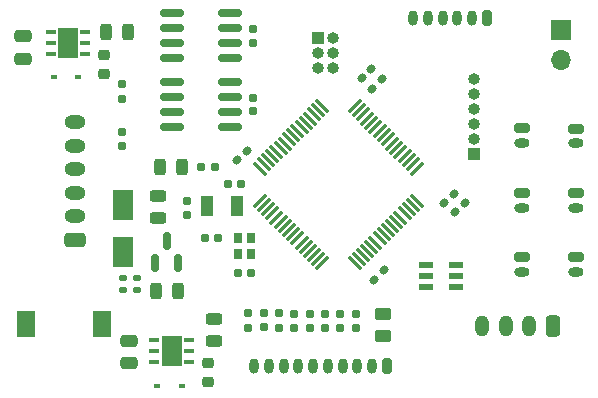
<source format=gbr>
%TF.GenerationSoftware,KiCad,Pcbnew,(6.0.8)*%
%TF.CreationDate,2024-11-24T14:12:11+01:00*%
%TF.ProjectId,WHEEL-07,57484545-4c2d-4303-972e-6b696361645f,rev?*%
%TF.SameCoordinates,Original*%
%TF.FileFunction,Soldermask,Top*%
%TF.FilePolarity,Negative*%
%FSLAX46Y46*%
G04 Gerber Fmt 4.6, Leading zero omitted, Abs format (unit mm)*
G04 Created by KiCad (PCBNEW (6.0.8)) date 2024-11-24 14:12:11*
%MOMM*%
%LPD*%
G01*
G04 APERTURE LIST*
G04 Aperture macros list*
%AMRoundRect*
0 Rectangle with rounded corners*
0 $1 Rounding radius*
0 $2 $3 $4 $5 $6 $7 $8 $9 X,Y pos of 4 corners*
0 Add a 4 corners polygon primitive as box body*
4,1,4,$2,$3,$4,$5,$6,$7,$8,$9,$2,$3,0*
0 Add four circle primitives for the rounded corners*
1,1,$1+$1,$2,$3*
1,1,$1+$1,$4,$5*
1,1,$1+$1,$6,$7*
1,1,$1+$1,$8,$9*
0 Add four rect primitives between the rounded corners*
20,1,$1+$1,$2,$3,$4,$5,0*
20,1,$1+$1,$4,$5,$6,$7,0*
20,1,$1+$1,$6,$7,$8,$9,0*
20,1,$1+$1,$8,$9,$2,$3,0*%
G04 Aperture macros list end*
%ADD10RoundRect,0.250000X-0.450000X0.262500X-0.450000X-0.262500X0.450000X-0.262500X0.450000X0.262500X0*%
%ADD11RoundRect,0.155000X0.155000X-0.212500X0.155000X0.212500X-0.155000X0.212500X-0.155000X-0.212500X0*%
%ADD12R,0.850000X0.300000*%
%ADD13R,1.700000X2.500000*%
%ADD14RoundRect,0.250000X0.350000X0.650000X-0.350000X0.650000X-0.350000X-0.650000X0.350000X-0.650000X0*%
%ADD15O,1.200000X1.800000*%
%ADD16RoundRect,0.200000X-0.450000X0.200000X-0.450000X-0.200000X0.450000X-0.200000X0.450000X0.200000X0*%
%ADD17O,1.300000X0.800000*%
%ADD18RoundRect,0.200000X0.200000X0.450000X-0.200000X0.450000X-0.200000X-0.450000X0.200000X-0.450000X0*%
%ADD19O,0.800000X1.300000*%
%ADD20RoundRect,0.140000X0.170000X-0.140000X0.170000X0.140000X-0.170000X0.140000X-0.170000X-0.140000X0*%
%ADD21RoundRect,0.150000X0.825000X0.150000X-0.825000X0.150000X-0.825000X-0.150000X0.825000X-0.150000X0*%
%ADD22RoundRect,0.160000X-0.160000X0.197500X-0.160000X-0.197500X0.160000X-0.197500X0.160000X0.197500X0*%
%ADD23RoundRect,0.250000X0.475000X-0.250000X0.475000X0.250000X-0.475000X0.250000X-0.475000X-0.250000X0*%
%ADD24RoundRect,0.155000X-0.040659X-0.259862X0.259862X0.040659X0.040659X0.259862X-0.259862X-0.040659X0*%
%ADD25R,1.250000X0.600000*%
%ADD26RoundRect,0.155000X0.212500X0.155000X-0.212500X0.155000X-0.212500X-0.155000X0.212500X-0.155000X0*%
%ADD27RoundRect,0.155000X0.040659X0.259862X-0.259862X-0.040659X-0.040659X-0.259862X0.259862X0.040659X0*%
%ADD28R,1.500000X2.200000*%
%ADD29RoundRect,0.075000X-0.441942X-0.548008X0.548008X0.441942X0.441942X0.548008X-0.548008X-0.441942X0*%
%ADD30RoundRect,0.075000X0.441942X-0.548008X0.548008X-0.441942X-0.441942X0.548008X-0.548008X0.441942X0*%
%ADD31RoundRect,0.155000X-0.155000X0.212500X-0.155000X-0.212500X0.155000X-0.212500X0.155000X0.212500X0*%
%ADD32R,1.700000X1.700000*%
%ADD33O,1.700000X1.700000*%
%ADD34R,0.600000X0.450000*%
%ADD35RoundRect,0.243750X-0.456250X0.243750X-0.456250X-0.243750X0.456250X-0.243750X0.456250X0.243750X0*%
%ADD36RoundRect,0.243750X-0.243750X-0.456250X0.243750X-0.456250X0.243750X0.456250X-0.243750X0.456250X0*%
%ADD37RoundRect,0.225000X-0.250000X0.225000X-0.250000X-0.225000X0.250000X-0.225000X0.250000X0.225000X0*%
%ADD38RoundRect,0.160000X0.160000X-0.197500X0.160000X0.197500X-0.160000X0.197500X-0.160000X-0.197500X0*%
%ADD39R,0.800000X0.900000*%
%ADD40R,1.000000X1.800000*%
%ADD41RoundRect,0.155000X-0.212500X-0.155000X0.212500X-0.155000X0.212500X0.155000X-0.212500X0.155000X0*%
%ADD42RoundRect,0.150000X0.150000X-0.587500X0.150000X0.587500X-0.150000X0.587500X-0.150000X-0.587500X0*%
%ADD43R,1.000000X1.000000*%
%ADD44O,1.000000X1.000000*%
%ADD45RoundRect,0.160000X0.197500X0.160000X-0.197500X0.160000X-0.197500X-0.160000X0.197500X-0.160000X0*%
%ADD46R,1.800000X2.500000*%
%ADD47RoundRect,0.243750X0.243750X0.456250X-0.243750X0.456250X-0.243750X-0.456250X0.243750X-0.456250X0*%
%ADD48RoundRect,0.250000X0.650000X-0.350000X0.650000X0.350000X-0.650000X0.350000X-0.650000X-0.350000X0*%
%ADD49O,1.800000X1.200000*%
G04 APERTURE END LIST*
D10*
%TO.C,R7*%
X181000000Y-77975000D03*
X181000000Y-79800000D03*
%TD*%
D11*
%TO.C,C21*%
X170000000Y-59632500D03*
X170000000Y-60767500D03*
%TD*%
%TO.C,C20*%
X170000000Y-53832500D03*
X170000000Y-54967500D03*
%TD*%
D12*
%TO.C,IC1*%
X161677400Y-80126800D03*
X161677400Y-81076800D03*
X161677400Y-82026800D03*
X164577400Y-82026800D03*
X164577400Y-81076800D03*
X164577400Y-80126800D03*
D13*
X163127400Y-81076800D03*
%TD*%
D14*
%TO.C,J5*%
X195405000Y-78930000D03*
D15*
X193405000Y-78930000D03*
X191405000Y-78930000D03*
X189405000Y-78930000D03*
%TD*%
D12*
%TO.C,IC2*%
X152889000Y-54062000D03*
X152889000Y-55012000D03*
X152889000Y-55962000D03*
X155789000Y-55962000D03*
X155789000Y-55012000D03*
X155789000Y-54062000D03*
D13*
X154339000Y-55012000D03*
%TD*%
D16*
%TO.C,J7*%
X197358000Y-73152000D03*
D17*
X197358000Y-74402000D03*
%TD*%
D18*
%TO.C,J17*%
X189815000Y-52890000D03*
D19*
X188565000Y-52890000D03*
X187315000Y-52890000D03*
X186065000Y-52890000D03*
X184815000Y-52890000D03*
X183565000Y-52890000D03*
%TD*%
D20*
%TO.C,C17*%
X159000000Y-75880000D03*
X159000000Y-74920000D03*
%TD*%
D21*
%TO.C,U2*%
X168083000Y-62103000D03*
X168083000Y-60833000D03*
X168083000Y-59563000D03*
X168083000Y-58293000D03*
X163133000Y-58293000D03*
X163133000Y-59563000D03*
X163133000Y-60833000D03*
X163133000Y-62103000D03*
%TD*%
D22*
%TO.C,R18*%
X172219256Y-77889544D03*
X172219256Y-79084544D03*
%TD*%
D23*
%TO.C,C13*%
X150529000Y-56322000D03*
X150529000Y-54422000D03*
%TD*%
D22*
%TO.C,R16*%
X169621200Y-77895072D03*
X169621200Y-79090072D03*
%TD*%
%TO.C,R6*%
X158900000Y-58502500D03*
X158900000Y-59697500D03*
%TD*%
D24*
%TO.C,C35*%
X179207234Y-57977966D03*
X180009800Y-57175400D03*
%TD*%
D21*
%TO.C,U3*%
X168083000Y-56261000D03*
X168083000Y-54991000D03*
X168083000Y-53721000D03*
X168083000Y-52451000D03*
X163133000Y-52451000D03*
X163133000Y-53721000D03*
X163133000Y-54991000D03*
X163133000Y-56261000D03*
%TD*%
D25*
%TO.C,IC4*%
X187198000Y-75692000D03*
X187198000Y-74742000D03*
X187198000Y-73792000D03*
X184698000Y-73792000D03*
X184698000Y-74742000D03*
X184698000Y-75692000D03*
%TD*%
D26*
%TO.C,C4*%
X169883900Y-74472800D03*
X168748900Y-74472800D03*
%TD*%
D24*
%TO.C,C37*%
X186212517Y-68549483D03*
X187015083Y-67746917D03*
%TD*%
D27*
%TO.C,C36*%
X181096883Y-74223917D03*
X180294317Y-75026483D03*
%TD*%
D28*
%TO.C,L2*%
X150800000Y-78800000D03*
X157200000Y-78800000D03*
%TD*%
D20*
%TO.C,C18*%
X160200000Y-75880000D03*
X160200000Y-74920000D03*
%TD*%
D29*
%TO.C,U1*%
X170591700Y-68356700D03*
X170945253Y-68710253D03*
X171298806Y-69063806D03*
X171652360Y-69417360D03*
X172005913Y-69770913D03*
X172359467Y-70124467D03*
X172713020Y-70478020D03*
X173066573Y-70831573D03*
X173420127Y-71185127D03*
X173773680Y-71538680D03*
X174127233Y-71892233D03*
X174480787Y-72245787D03*
X174834340Y-72599340D03*
X175187894Y-72952894D03*
X175541447Y-73306447D03*
X175895000Y-73660000D03*
D30*
X178617362Y-73660000D03*
X178970915Y-73306447D03*
X179324468Y-72952894D03*
X179678022Y-72599340D03*
X180031575Y-72245787D03*
X180385129Y-71892233D03*
X180738682Y-71538680D03*
X181092235Y-71185127D03*
X181445789Y-70831573D03*
X181799342Y-70478020D03*
X182152895Y-70124467D03*
X182506449Y-69770913D03*
X182860002Y-69417360D03*
X183213556Y-69063806D03*
X183567109Y-68710253D03*
X183920662Y-68356700D03*
D29*
X183920662Y-65634338D03*
X183567109Y-65280785D03*
X183213556Y-64927232D03*
X182860002Y-64573678D03*
X182506449Y-64220125D03*
X182152895Y-63866571D03*
X181799342Y-63513018D03*
X181445789Y-63159465D03*
X181092235Y-62805911D03*
X180738682Y-62452358D03*
X180385129Y-62098805D03*
X180031575Y-61745251D03*
X179678022Y-61391698D03*
X179324468Y-61038144D03*
X178970915Y-60684591D03*
X178617362Y-60331038D03*
D30*
X175895000Y-60331038D03*
X175541447Y-60684591D03*
X175187894Y-61038144D03*
X174834340Y-61391698D03*
X174480787Y-61745251D03*
X174127233Y-62098805D03*
X173773680Y-62452358D03*
X173420127Y-62805911D03*
X173066573Y-63159465D03*
X172713020Y-63513018D03*
X172359467Y-63866571D03*
X172005913Y-64220125D03*
X171652360Y-64573678D03*
X171298806Y-64927232D03*
X170945253Y-65280785D03*
X170591700Y-65634338D03*
%TD*%
D31*
%TO.C,C6*%
X164465000Y-68393500D03*
X164465000Y-69528500D03*
%TD*%
D32*
%TO.C,J16*%
X196088000Y-53898800D03*
D33*
X196088000Y-56438800D03*
%TD*%
D34*
%TO.C,D2*%
X153128000Y-57912000D03*
X155228000Y-57912000D03*
%TD*%
D22*
%TO.C,R24*%
X173518284Y-77911656D03*
X173518284Y-79106656D03*
%TD*%
D23*
%TO.C,C16*%
X159500000Y-82128400D03*
X159500000Y-80228400D03*
%TD*%
D22*
%TO.C,R22*%
X177415368Y-77922712D03*
X177415368Y-79117712D03*
%TD*%
D35*
%TO.C,F3*%
X166674800Y-78361300D03*
X166674800Y-80236300D03*
%TD*%
D36*
%TO.C,D1*%
X162107400Y-65481200D03*
X163982400Y-65481200D03*
%TD*%
D37*
%TO.C,C14*%
X157400000Y-56050000D03*
X157400000Y-57600000D03*
%TD*%
D36*
%TO.C,FB1*%
X161825000Y-76000000D03*
X163700000Y-76000000D03*
%TD*%
D37*
%TO.C,C19*%
X166188400Y-82114800D03*
X166188400Y-83664800D03*
%TD*%
D38*
%TO.C,R4*%
X158900000Y-63747500D03*
X158900000Y-62552500D03*
%TD*%
D24*
%TO.C,C34*%
X168666234Y-64912166D03*
X169468800Y-64109600D03*
%TD*%
D22*
%TO.C,R17*%
X170920228Y-77884016D03*
X170920228Y-79079016D03*
%TD*%
D34*
%TO.C,D3*%
X161916400Y-84023200D03*
X164016400Y-84023200D03*
%TD*%
D16*
%TO.C,J14*%
X197358000Y-62240000D03*
D17*
X197358000Y-63490000D03*
%TD*%
D16*
%TO.C,J10*%
X192786000Y-67701000D03*
D17*
X192786000Y-68951000D03*
%TD*%
D39*
%TO.C,Y1*%
X168766400Y-71486800D03*
X168766400Y-72886800D03*
X169866400Y-72886800D03*
X169866400Y-71486800D03*
%TD*%
D40*
%TO.C,Y2*%
X168636000Y-68834000D03*
X166136000Y-68834000D03*
%TD*%
D41*
%TO.C,C5*%
X167862500Y-66929000D03*
X168997500Y-66929000D03*
%TD*%
D22*
%TO.C,R21*%
X176116340Y-77917184D03*
X176116340Y-79112184D03*
%TD*%
%TO.C,R20*%
X174817312Y-77906128D03*
X174817312Y-79101128D03*
%TD*%
D18*
%TO.C,J12*%
X181357600Y-82346800D03*
D19*
X180107600Y-82346800D03*
X178857600Y-82346800D03*
X177607600Y-82346800D03*
X176357600Y-82346800D03*
X175107600Y-82346800D03*
X173857600Y-82346800D03*
X172607600Y-82346800D03*
X171357600Y-82346800D03*
X170107600Y-82346800D03*
%TD*%
D42*
%TO.C,Q1*%
X161750000Y-73637500D03*
X163650000Y-73637500D03*
X162700000Y-71762500D03*
%TD*%
D43*
%TO.C,J11*%
X175524000Y-54605000D03*
D44*
X176794000Y-54605000D03*
X175524000Y-55875000D03*
X176794000Y-55875000D03*
X175524000Y-57145000D03*
X176794000Y-57145000D03*
%TD*%
D45*
%TO.C,R5*%
X166776400Y-65532000D03*
X165581400Y-65532000D03*
%TD*%
D16*
%TO.C,J8*%
X192786000Y-73152000D03*
D17*
X192786000Y-74402000D03*
%TD*%
D24*
%TO.C,C1*%
X187152317Y-69336883D03*
X187954883Y-68534317D03*
%TD*%
D16*
%TO.C,J9*%
X197358000Y-67696000D03*
D17*
X197358000Y-68946000D03*
%TD*%
D22*
%TO.C,R23*%
X178714400Y-77900600D03*
X178714400Y-79095600D03*
%TD*%
D26*
%TO.C,C3*%
X167081200Y-71475600D03*
X165946200Y-71475600D03*
%TD*%
D35*
%TO.C,F1*%
X162000000Y-67962500D03*
X162000000Y-69837500D03*
%TD*%
D16*
%TO.C,J15*%
X192786000Y-62230000D03*
D17*
X192786000Y-63480000D03*
%TD*%
D46*
%TO.C,D4*%
X159000000Y-72700000D03*
X159000000Y-68700000D03*
%TD*%
D24*
%TO.C,C2*%
X180096234Y-58866966D03*
X180898800Y-58064400D03*
%TD*%
D43*
%TO.C,J2*%
X188722000Y-64389000D03*
D44*
X188722000Y-63119000D03*
X188722000Y-61849000D03*
X188722000Y-60579000D03*
X188722000Y-59309000D03*
X188722000Y-58039000D03*
%TD*%
D47*
%TO.C,F2*%
X159437500Y-54100000D03*
X157562500Y-54100000D03*
%TD*%
D48*
%TO.C,J1*%
X154953200Y-71675000D03*
D49*
X154953200Y-69675000D03*
X154953200Y-67675000D03*
X154953200Y-65675000D03*
X154953200Y-63675000D03*
X154953200Y-61675000D03*
%TD*%
M02*

</source>
